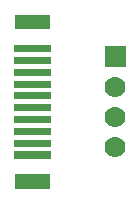
<source format=gbs>
G04 Layer: BottomSolderMaskLayer*
G04 EasyEDA v6.5.1, 2022-07-07 22:09:08*
G04 a67cddfb3fce44daa9051d46cbbcc19f,10*
G04 Gerber Generator version 0.2*
G04 Scale: 100 percent, Rotated: No, Reflected: No *
G04 Dimensions in millimeters *
G04 leading zeros omitted , absolute positions ,4 integer and 5 decimal *
%FSLAX45Y45*%
%MOMM*%

%ADD21C,1.7780*%

%LPD*%
G36*
X760984Y1292097D02*
G01*
X760984Y1469897D01*
X938784Y1469897D01*
X938784Y1292097D01*
G37*
D21*
G01*
X850011Y1126997D03*
G01*
X850011Y872997D03*
G01*
X850011Y618997D03*
G36*
X-10160Y1419860D02*
G01*
X-10160Y1480057D01*
X310134Y1480057D01*
X310134Y1419860D01*
G37*
G36*
X-10160Y1319784D02*
G01*
X-10160Y1380236D01*
X310134Y1380236D01*
X310134Y1319784D01*
G37*
G36*
X-10160Y1219962D02*
G01*
X-10160Y1280160D01*
X310134Y1280160D01*
X310134Y1219962D01*
G37*
G36*
X-10160Y1119886D02*
G01*
X-10160Y1180084D01*
X310134Y1180084D01*
X310134Y1119886D01*
G37*
G36*
X-10160Y1019810D02*
G01*
X-10160Y1080262D01*
X310134Y1080262D01*
X310134Y1019810D01*
G37*
G36*
X-10160Y919734D02*
G01*
X-10160Y980186D01*
X310134Y980186D01*
X310134Y919734D01*
G37*
G36*
X-10160Y819912D02*
G01*
X-10160Y880110D01*
X310134Y880110D01*
X310134Y819912D01*
G37*
G36*
X-10160Y719836D02*
G01*
X-10160Y780034D01*
X310134Y780034D01*
X310134Y719836D01*
G37*
G36*
X-10160Y619760D02*
G01*
X-10160Y680212D01*
X310134Y680212D01*
X310134Y619760D01*
G37*
G36*
X-10160Y519937D02*
G01*
X-10160Y580136D01*
X310134Y580136D01*
X310134Y519937D01*
G37*
G36*
X-254Y1614931D02*
G01*
X-254Y1735073D01*
X300228Y1735073D01*
X300228Y1614931D01*
G37*
G36*
X-254Y264921D02*
G01*
X-254Y385063D01*
X300228Y385063D01*
X300228Y264921D01*
G37*
M02*

</source>
